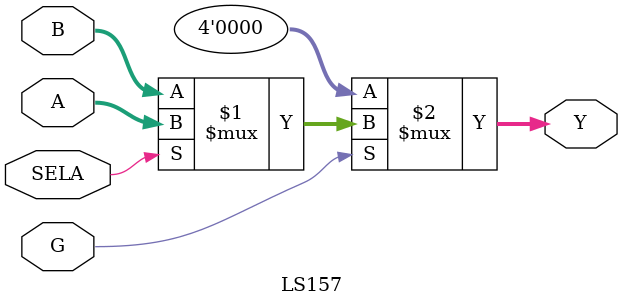
<source format=v>
`timescale 1ns / 1ps
module LS157(
    input wire G,
	 input wire SELA,
	 input wire [3:0] A,
	 input wire [3:0] B,
	 output wire [3:0] Y
    );

	assign Y = G ? (SELA ? A : B) : 4'b0;

endmodule

</source>
